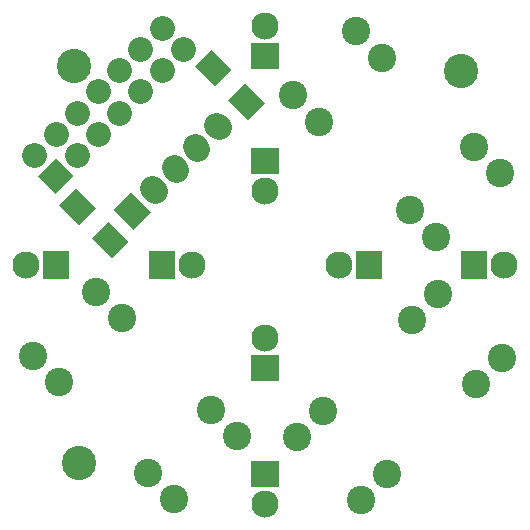
<source format=gts>
G04 #@! TF.FileFunction,Soldermask,Top*
%FSLAX46Y46*%
G04 Gerber Fmt 4.6, Leading zero omitted, Abs format (unit mm)*
G04 Created by KiCad (PCBNEW 4.0.5) date 01/04/17 16:28:54*
%MOMM*%
%LPD*%
G01*
G04 APERTURE LIST*
%ADD10C,0.100000*%
%ADD11C,2.398980*%
%ADD12C,2.900000*%
%ADD13C,2.127200*%
%ADD14R,2.400000X2.300000*%
%ADD15C,2.300000*%
%ADD16R,2.300000X2.400000*%
G04 APERTURE END LIST*
D10*
D11*
X201900000Y-117550000D03*
X196511846Y-122938154D03*
D12*
X197800000Y-96200000D03*
X230600000Y-96600000D03*
X198200000Y-129800000D03*
D11*
X221700000Y-93200000D03*
X216311846Y-98588154D03*
D10*
G36*
X201138079Y-108342237D02*
X202642237Y-106838079D01*
X204361921Y-108557763D01*
X202857763Y-110061921D01*
X201138079Y-108342237D01*
X201138079Y-108342237D01*
G37*
D13*
X204438288Y-106546186D02*
X204653814Y-106761712D01*
X206234339Y-104750135D02*
X206449865Y-104965661D01*
X208030391Y-102954083D02*
X208245917Y-103169609D01*
X209826442Y-101158032D02*
X210041968Y-101373558D01*
D11*
X233850000Y-105250000D03*
X228461846Y-110638154D03*
X194300000Y-120700000D03*
X199688154Y-115311846D03*
D10*
G36*
X197754158Y-105500000D02*
X196250000Y-107004158D01*
X194745842Y-105500000D01*
X196250000Y-103995842D01*
X197754158Y-105500000D01*
X197754158Y-105500000D01*
G37*
D13*
X194453949Y-103703949D02*
X194453949Y-103703949D01*
X198046051Y-103703949D02*
X198046051Y-103703949D01*
X196250000Y-101907898D02*
X196250000Y-101907898D01*
X199842102Y-101907898D02*
X199842102Y-101907898D01*
X198046051Y-100111846D02*
X198046051Y-100111846D01*
X201638154Y-100111846D02*
X201638154Y-100111846D01*
X199842102Y-98315795D02*
X199842102Y-98315795D01*
X203434205Y-98315795D02*
X203434205Y-98315795D01*
X201638154Y-96519744D02*
X201638154Y-96519744D01*
X205230256Y-96519744D02*
X205230256Y-96519744D01*
X203434205Y-94723693D02*
X203434205Y-94723693D01*
X207026307Y-94723693D02*
X207026307Y-94723693D01*
X205230256Y-92927641D02*
X205230256Y-92927641D01*
D11*
X231850000Y-123100000D03*
X226461846Y-117711846D03*
D10*
G36*
X208030151Y-96194365D02*
X209444365Y-94780151D01*
X211141421Y-96477207D01*
X209727207Y-97891421D01*
X208030151Y-96194365D01*
X208030151Y-96194365D01*
G37*
G36*
X210858579Y-99022793D02*
X212272793Y-97608579D01*
X213969849Y-99305635D01*
X212555635Y-100719849D01*
X210858579Y-99022793D01*
X210858579Y-99022793D01*
G37*
G36*
X196530151Y-107944365D02*
X197944365Y-106530151D01*
X199641421Y-108227207D01*
X198227207Y-109641421D01*
X196530151Y-107944365D01*
X196530151Y-107944365D01*
G37*
G36*
X199358579Y-110772793D02*
X200772793Y-109358579D01*
X202469849Y-111055635D01*
X201055635Y-112469849D01*
X199358579Y-110772793D01*
X199358579Y-110772793D01*
G37*
D14*
X214000000Y-104250000D03*
D15*
X214000000Y-106790000D03*
D16*
X205250000Y-113000000D03*
D15*
X207790000Y-113000000D03*
D16*
X222750000Y-113000000D03*
D15*
X220210000Y-113000000D03*
D14*
X214000000Y-121750000D03*
D15*
X214000000Y-119210000D03*
D14*
X214000000Y-95300000D03*
D15*
X214000000Y-92760000D03*
D16*
X231700000Y-113000000D03*
D15*
X234240000Y-113000000D03*
D16*
X196300000Y-113000000D03*
D15*
X193760000Y-113000000D03*
D14*
X214000000Y-130700000D03*
D15*
X214000000Y-133240000D03*
D11*
X223900000Y-95500000D03*
X218511846Y-100888154D03*
X226250000Y-108400000D03*
X231638154Y-103011846D03*
X204050000Y-130650000D03*
X209438154Y-125261846D03*
X206250000Y-132850000D03*
X211638154Y-127461846D03*
X234050000Y-120900000D03*
X228661846Y-115511846D03*
X224300000Y-130750000D03*
X218911846Y-125361846D03*
X222100000Y-132950000D03*
X216711846Y-127561846D03*
M02*

</source>
